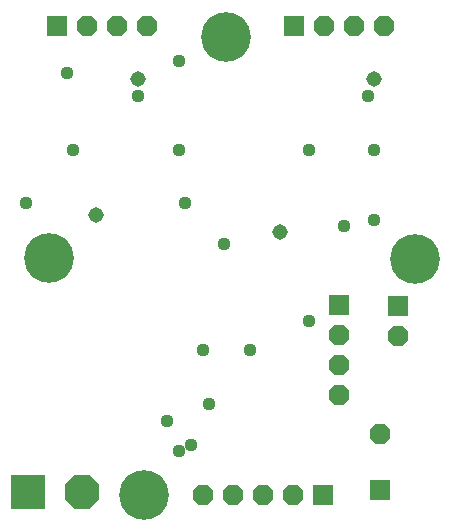
<source format=gbs>
G75*
%MOIN*%
%OFA0B0*%
%FSLAX25Y25*%
%IPPOS*%
%LPD*%
%AMOC8*
5,1,8,0,0,1.08239X$1,22.5*
%
%ADD10C,0.16548*%
%ADD11R,0.06737X0.06737*%
%ADD12OC8,0.06737*%
%ADD13R,0.11548X0.11548*%
%ADD14OC8,0.11548*%
%ADD15C,0.04369*%
%ADD16C,0.05156*%
D10*
X0063326Y0041635D03*
X0031830Y0120376D03*
X0090885Y0193998D03*
X0153877Y0119982D03*
D11*
X0147971Y0104509D03*
X0128286Y0104667D03*
X0142026Y0043210D03*
X0122932Y0041596D03*
X0113286Y0197935D03*
X0034546Y0197935D03*
D12*
X0044546Y0197935D03*
X0054546Y0197935D03*
X0064546Y0197935D03*
X0123286Y0197935D03*
X0133286Y0197935D03*
X0143286Y0197935D03*
X0147971Y0094509D03*
X0128286Y0094667D03*
X0128286Y0084667D03*
X0128286Y0074667D03*
X0142026Y0061793D03*
X0112932Y0041596D03*
X0102932Y0041596D03*
X0092932Y0041596D03*
X0082932Y0041596D03*
D13*
X0024782Y0042423D03*
D14*
X0042814Y0042423D03*
D15*
X0071200Y0066045D03*
X0075137Y0056202D03*
X0079074Y0058171D03*
X0084979Y0071950D03*
X0083011Y0089667D03*
X0098759Y0089667D03*
X0118444Y0099509D03*
X0130255Y0131006D03*
X0140097Y0132974D03*
X0140097Y0156596D03*
X0138129Y0174313D03*
X0118444Y0156596D03*
X0089999Y0125100D03*
X0077105Y0138880D03*
X0075137Y0156596D03*
X0061357Y0174313D03*
X0075137Y0186124D03*
X0039704Y0156596D03*
X0023955Y0138880D03*
X0037735Y0182187D03*
D16*
X0061357Y0180218D03*
X0047578Y0134943D03*
X0108601Y0129037D03*
X0140097Y0180218D03*
M02*

</source>
